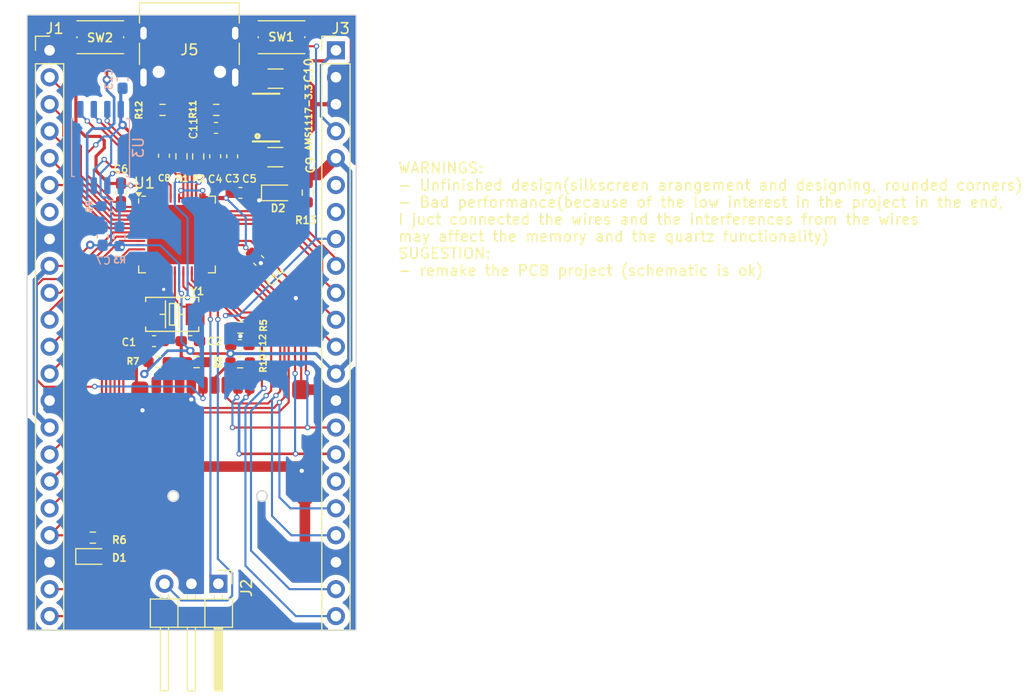
<source format=kicad_pcb>
(kicad_pcb (version 20240108) (generator "pcbnew") (generator_version "8.0")
  (layers (0 "F.Cu" signal) (31 "B.Cu" signal) (34 "B.Paste" user) (35 "F.Paste" user) (36 "B.SilkS" user "B.Silkscreen") (37 "F.SilkS" user "F.Silkscreen") (38 "B.Mask" user) (39 "F.Mask" user) (44 "Edge.Cuts" user))
  (net 0 "")
  (net 1 "Net-(U1-XIN)")
  (net 2 "GND")
  (net 3 "+1V2")
  (net 4 "+3.3V")
  (net 5 "VBUS")
  (net 6 "Net-(D1-A)")
  (net 7 "Net-(D2-A)")
  (net 8 "GPIO12")
  (net 9 "GPIO10")
  (net 10 "GPIO11")
  (net 11 "GPIO5")
  (net 12 "GPIO9")
  (net 13 "GPIO13")
  (net 14 "SDA")
  (net 15 "GPIO7")
  (net 16 "GPIO4")
  (net 17 "GPIO14")
  (net 18 "TX")
  (net 19 "GPIO15")
  (net 20 "SCL")
  (net 21 "GPIO6")
  (net 22 "RX")
  (net 23 "GPIO8")
  (net 24 "SWDCLK")
  (net 25 "SWDDIO")
  (net 26 "MISO")
  (net 27 "ADC1")
  (net 28 "SD_D3")
  (net 29 "ADC2")
  (net 30 "GPIO16")
  (net 31 "SD_D2")
  (net 32 "ADC0")
  (net 33 "SCK")
  (net 34 "RESET")
  (net 35 "MOSI")
  (net 36 "VREF")
  (net 37 "EN")
  (net 38 "GPIO17")
  (net 39 "ADC3")
  (net 40 "D+")
  (net 42 "D-")
  (net 43 "Net-(J5-CC1)")
  (net 44 "Net-(J5-CC2)")
  (net 46 "Net-(U1-USB_DP)")
  (net 47 "Net-(U1-USB_DM)")
  (net 48 "SD_CS")
  (net 49 "SD_D1")
  (net 50 "SD_CLK")
  (net 51 "Net-(R9-Pad1)")
  (net 52 "SD3")
  (net 53 "SD_SCK")
  (net 54 "SD1")
  (net 55 "SD2")
  (net 56 "GPIO25")
  (net 57 "GPIO24")
  (net 58 "Net-(U1-XOUT)")
  (net 59 "GPIO23")
  (net 60 "SD0")
  (footprint "" (layer "F.Cu") (at 112.625 150.72625)
    (property "Reference" "")
    (property "Value" "")
  )
  (footprint "Connector_Wire:SolderWirePad_1x01_SMD_1x2mm" (layer "F.Cu") (at 107.825 150.30625)
    (property "Reference" "REF**" (hide yes))
    (property "Value" "SolderWirePad_1x01_SMD_1x2mm")
  )
  (footprint "Connector_USB:USB_C_Receptacle_HRO_TYPE-C-31-M-12" (layer "F.Cu") (at 102.1425 118.165 180)
    (property "Reference" "J5")
    (property "Value" "USB-C_USB2.0" (hide yes))
  )
  (footprint "Capacitor_SMD:C_0603_1608Metric_Pad1.08x0.95mm_HandSolder" (layer "F.Cu") (at 106.9 146.525)
    (property "Reference" "C12")
    (property "Value" "10uF" (hide yes))
  )
  (footprint "" (layer "F.Cu") (at 100.125 150.30625 -90)
    (property "Reference" "")
    (property "Value" "")
  )
  (footprint "" (layer "F.Cu") (at 103.425 150.30625 -90)
    (property "Reference" "")
    (property "Value" "")
  )
  (footprint "" (layer "F.Cu") (at 102.325 150.30625 -90)
    (property "Reference" "")
    (property "Value" "")
  )
  (footprint "Capacitor_SMD:C_1206_3216Metric_Pad1.33x1.80mm_HandSolder" (layer "F.Cu") (at 110.2625 121.405)
    (property "Reference" "C10")
    (property "Value" "10uF")
  )
  (footprint "LED_SMD:LED_0603_1608Metric_Pad1.05x0.95mm_HandSolder" (layer "F.Cu") (at 110.6 132.175)
    (property "Reference" "D2")
    (property "Value" "POW")
  )
  (footprint "" (layer "F.Cu") (at 99.025 150.30625 -90)
    (property "Reference" "")
    (property "Value" "")
  )
  (footprint "" (layer "F.Cu") (at 101.225 150.30625 -90)
    (property "Reference" "")
    (property "Value" "")
  )
  (footprint "Resistor_SMD:R_0603_1608Metric_Pad0.98x0.95mm_HandSolder" (layer "F.Cu") (at 99.2 148.125 180)
    (property "Reference" "R7")
    (property "Value" "10K" (hide yes))
  )
  (footprint "Capacitor_SMD:C_1206_3216Metric_Pad1.33x1.80mm_HandSolder" (layer "F.Cu") (at 110.2375 128.805)
    (property "Reference" "C9")
    (property "Value" "10uF")
  )
  (footprint "Button_Switch_SMD:SW_Push_1P1T_NO_CK_KMR2" (layer "F.Cu") (at 93.75 117.5 180)
    (property "Reference" "SW2")
    (property "Value" "BOOT")
  )
  (footprint "X2-SMD-5.0X3.2X1.3MM" (layer "F.Cu") (at 100.525 143.625)
    (property "Reference" "Y1")
    (property "Value" "12MHz")
  )
  (footprint "Capacitor_SMD:C_0603_1608Metric_Pad1.08x0.95mm_HandSolder" (layer "F.Cu") (at 98.8125 146.15 180)
    (property "Reference" "C1")
    (property "Value" "22pF" (hide yes))
  )
  (footprint "78L05:PK(R-PSSO-F3)" (layer "F.Cu") (at 108.1175 125.075 90)
    (property "Reference" "U2" (hide yes))
    (property "Value" "AMS1117-3.3")
  )
  (footprint "Connector_PinHeader_2.54mm:PinHeader_1x03_P2.54mm_Horizontal" (layer "F.Cu") (at 104.875 169.025 -90)
    (property "Reference" "J2")
    (property "Value" "Conn_01x03")
  )
  (footprint "" (layer "F.Cu") (at 104.525 150.30625 -90)
    (property "Reference" "")
    (property "Value" "")
  )
  (footprint "Capacitor_SMD:C_0603_1608Metric_Pad1.08x0.95mm_HandSolder" (layer "F.Cu") (at 108.675 138.55 135)
    (property "Reference" "C14")
    (property "Value" "0.1uF" (hide yes))
  )
  (footprint "Package_DFN_QFN:QFN-56-1EP_7x7mm_P0.4mm_EP5.6x5.6mm" (layer "F.Cu") (at 100.975 136.1)
    (property "Reference" "U1")
    (property "Value" "RP2040")
  )
  (footprint "Capacitor_SMD:C_0603_1608Metric_Pad1.08x0.95mm_HandSolder" (layer "F.Cu") (at 104.65 126.05)
    (property "Reference" "C11")
    (property "Value" "10uF" (hide yes))
  )
  (footprint "LED_SMD:LED_0603_1608Metric_Pad1.05x0.95mm_HandSolder" (layer "F.Cu") (at 93.1 166.45)
    (property "Reference" "D1")
    (property "Value" "BLINK")
  )
  (footprint "Resistor_SMD:R_0603_1608Metric_Pad0.98x0.95mm_HandSolder" (layer "F.Cu") (at 104.675 124.35)
    (property "Reference" "R11")
    (property "Value" "5K1" (hide yes))
  )
  (footprint "Connector_PinHeader_2.54mm:PinHeader_1x22_P2.54mm_Vertical" (layer "F.Cu") (at 88.975 118.735)
    (property "Reference" "J1")
    (property "Value" "Conn_01x22")
  )
  (footprint "" (layer "F.Cu") (at 105.625 150.30625 -90)
    (property "Reference" "")
    (property "Value" "")
  )
  (footprint "Resistor_SMD:R_0603_1608Metric_Pad0.98x0.95mm_HandSolder" (layer "F.Cu") (at 93.05 164.675)
    (property "Reference" "R6")
    (property "Value" "10K")
  )
  (footprint "Connector_PinHeader_2.54mm:PinHeader_1x22_P2.54mm_Vertical" (layer "F.Cu") (at 115.95 118.735)
    (property "Reference" "J3")
    (property "Value" "Conn_01x22")
  )
  (footprint "" (layer "F.Cu") (at 97.725 160.35625)
    (property "Reference" "")
    (property "Value" "")
  )
  (footprint "Capacitor_SMD:C_0603_1608Metric_Pad1.08x0.95mm_HandSolder" (layer "F.Cu") (at 95.7 132.15 -90)
    (property "Reference" "C6")
    (property "Value" "0.1uF" (hide yes))
  )
  (footprint "Resistor_SMD:R_0603_1608Metric_Pad0.98x0.95mm_HandSolder" (layer "F.Cu") (at 99.6175 124.35 180)
    (property "Reference" "R12")
    (property "Value" "5K1" (hide yes))
  )
  (footprint "Capacitor_SMD:C_0603_1608Metric_Pad1.08x0.95mm_HandSolder" (layer "F.Cu") (at 106.95 132.175 180)
    (property "Reference" "C5")
    (property "Value" "1uF" (hide yes))
  )
  (footprint "Capacitor_SMD:C_0603_1608Metric_Pad1.08x0.95mm_HandSolder" (layer "F.Cu") (at 104.575 128.725 -90)
    (property "Reference" "C4")
    (property "Value" "0.1uF" (hide yes))
  )
  (footprint "Capacitor_SMD:C_0603_1608Metric_Pad1.08x0.95mm_HandSolder" (layer "F.Cu") (at 102.2375 146.15)
    (property "Reference" "C2")
    (property "Value" "22pF" (hide yes))
  )
  (footprint "Resistor_SMD:R_0603_1608Metric_Pad0.98x0.95mm_HandSolder" (layer "F.Cu") (at 106.95 144.875 180)
    (property "Reference" "R5")
    (property "Value" "10K" (hide yes))
  )
  (footprint "" (layer "F.Cu") (at 106.725 150.30625 -90)
    (property "Reference" "")
    (property "Value" "")
  )
  (footprint "Capacitor_SMD:C_0603_1608Metric_Pad1.08x0.95mm_HandSolder" (layer "F.Cu") (at 106.175 128.725 -90)
    (property "Reference" "C3")
    (property "Value" "1uF" (hide yes))
  )
  (footprint "Resistor_SMD:R_0603_1608Metric_Pad0.98x0.95mm_HandSolder" (layer "F.Cu") (at 101.4 128.725 90)
    (property "Reference" "R1")
    (property "Value" "27R" (hide yes))
  )
  (footprint "Resistor_SMD:R_0603_1608Metric_Pad0.98x0.95mm_HandSolder" (layer "F.Cu") (at 113.3 132.15 90)
    (property "Reference" "R13")
    (property "Value" "10K")
  )
  (footprint "Resistor_SMD:R_0603_1608Metric_Pad0.98x0.95mm_HandSolder" (layer "F.Cu") (at 106.925 148.15 180)
    (property "Reference" "R10")
    (property "Value" "10K" (hide yes))
  )
  (footprint "Resistor_SMD:R_0603_1608Metric_Pad0.98x0.95mm_HandSolder" (layer "F.Cu") (at 102.825 148.13125 180)
    (property "Reference" "R8")
    (property "Value" "DNP" (hide yes))
  )
  (footprint "Resistor_SMD:R_0603_1608Metric_Pad0.98x0.95mm_HandSolder" (layer "F.Cu") (at 102.975 128.7375 90)
    (property "Reference" "R2")
    (property "Value" "27R" (hide yes))
  )
  (footprint "" (layer "F.Cu") (at 113.025 160.33625)
    (property "Reference" "")
    (property "Value" "")
  )
  (footprint "Capacitor_SMD:C_0603_1608Metric_Pad1.08x0.95mm_HandSolder" (layer "F.Cu") (at 99.75 128.675 -90)
    (property "Reference" "C8")
    (property "Value" "0.1uF" (hide yes))
  )
  (footprint "" (layer "F.Cu") (at 97.475 150.85625)
    (property "Reference" "")
    (property "Value" "")
  )
  (footprint "Button_Switch_SMD:SW_Push_1P1T_NO_CK_KMR2" (layer "F.Cu") (at 110.825 117.5)
    (property "Reference" "SW1")
    (property "Value" "RESET")
  )
  (footprint "Resistor_SMD:R_0603_1608Metric_Pad0.98x0.95mm_HandSolder" (layer "B.Cu") (at 94.775 133.425)
    (property "Reference" "R9")
    (property "Value" "1K" (hide yes))
  )
  (footprint "Capacitor_SMD:C_0603_1608Metric_Pad1.08x0.95mm_HandSolder" (layer "B.Cu") (at 95.85 121.45 -90)
    (property "Reference" "C13")
    (property "Value" "0.1uF" (hide yes))
  )
  (footprint "Resistor_SMD:R_0603_1608Metric_Pad0.98x0.95mm_HandSolder" (layer "B.Cu") (at 95.55 136.275 -90)
    (property "Reference" "R3")
    (property "Value" "10K" (hide yes))
  )
  (footprint "Capacitor_SMD:C_0603_1608Metric_Pad1.08x0.95mm_HandSolder" (layer "B.Cu") (at 93.975 136.25 -90)
    (property "Reference" "C7")
    (property "Value" "0.1uF" (hide yes))
  )
  (footprint "Package_SO:SOIC-8_5.23x5.23mm_P1.27mm" (layer "B.Cu") (at 93.775 127.9 90)
    (property "Reference" "U3")
    (property "Value" "W25Q128JVS")
  )
  (gr_rect (start 86.85 115.4) (end 117.85 173.4) (stroke (width 0.1)) (fill none) (layer "Edge.Cuts"))
  (gr_circle (center 100.625 160.75625) (end 100.625 161.25625) (stroke (width 0.15)) (fill none) (layer "Edge.Cuts"))
  (gr_circle (center 108.975 160.75625) (end 108.975 161.25625) (stroke (width 0.15)) (fill none) (layer "Edge.Cuts"))
  (gr_text "WARNINGS:\n- Unfinished design(silkscreen arangement and designing, rounded corners)\n- Bad performance(because of the low interest in the project in the end, \nI juct connected the wires and the interferences from the wires\nmay affect the memory and the quartz functionality)\nSUGESTION: \n- remake the PCB project (schematic is ok)\n" (at 121.725 140.075 0) (layer "F.SilkS") (effects (font (size 1 1)) (justify left bottom)))
  (segment (start 99.675 142.9) (end 98.366 142.9) (width 0.2) (layer "F.Cu") (net 1))
  (segment (start 98.366 142.9) (end 98.366 145.009) (width 0.2) (layer "F.Cu") (net 1))
  (segment (start 97.95 145.425) (end 97.95 146.15) (width 0.2) (layer "F.Cu") (net 1))
  (segment (start 98.366 145.009) (end 97.95 145.425) (width 0.2) (layer "F.Cu") (net 1))
  (segment (start 100.375 139.5375) (end 100.375 142.2) (width 0.2) (layer "F.Cu") (net 1))
  (segment (start 100.375 142.2) (end 99.675 142.9) (width 0.2) (layer "F.Cu") (net 1))
  (segment (start 105.525 127.8625) (end 106.175 127.8625) (width 0.3) (layer "F.Cu") (net 2))
  (segment (start 97.725 152.675) (end 97.725 151.10625) (width 1) (layer "F.Cu") (net 2))
  (segment (start 116.475 116.7) (end 117.375 117.6) (width 0.25) (layer "F.Cu") (net 2))
  (segment (start 113.725 165.975) (end 114.745 166.995) (width 1) (layer "F.Cu") (net 2))
  (segment (start 97.725 157.975) (end 97.725 160.35625) (width 1) (layer "F.Cu") (net 2))
  (segment (start 105.5125 127.85) (end 105.525 127.8625) (width 0.3) (layer "F.Cu") (net 2))
  (segment (start 112.725 158.425) (end 113.025 158.725) (width 1) (layer "F.Cu") (net 2))
  (segment (start 117.375 117.6) (end 117.375 119.85) (width 0.25) (layer "F.Cu") (net 2))
  (segment (start 91.45 121.21) (end 88.975 118.735) (width 0.3) (layer "F.Cu") (net 2))
  (segment (start 99.675 146.15) (end 101.375 146.15) (width 0.3) (layer "F.Cu") (net 2))
  (segment (start 95.7 131.2875) (end 94.5375 131.2875) (width 0.3) (layer "F.Cu") (net 2))
  (segment (start 107.7625 146.525) (end 107.7625 146.4875) (width 0.3) (layer "F.Cu") (net 2))
  (segment (start 112.875 116.7) (end 116.475 116.7) (width 0.25) (layer "F.Cu") (net 2))
  (segment (start 111.8 128.805) (end 111.8 126.6075) (width 1) (layer "F.Cu") (net 2))
  (segment (start 105.3925 122.21) (end 106.3075 121.295) (width 0.3) (layer "F.Cu") (net 2))
  (segment (start 113.025 165.275) (end 113.725 165.975) (width 1) (layer "F.Cu") (net 2))
  (segment (start 94.125 127.95) (end 94.125 127.25) (width 0.3) (layer "F.Cu") (net 2))
  (segment (start 108.75 132.85) (end 108.725 132.875) (width 0.25) (layer "F.Cu") (net 2))
  (segment (start 99.75 127.8125) (end 98.705 126.7675) (width 0.4) (layer "F.Cu") (net 2))
  (segment (start 97.75 163.65) (end 97.75 160.275) (width 0.2) (layer "F.Cu") (net 2))
  (segment (start 93.35 128.725) (end 94.125 127.95) (width 0.3) (layer "F.Cu") (net 2))
  (segment (start 104.575 127.8625) (end 105.525 127.8625) (width 0.3) (layer "F.Cu") (net 2))
  (segment (start 112.675 150.67625) (end 112.625 150.72625) (width 0.2) (layer "F.Cu") (net 2))
  (segment (start 91.01 116.7) (end 88.975 118.735) (width 0.25) (layer "F.Cu") (net 2))
  (segment (start 92.35 126.85) (end 91.45 125.95) (width 0.3) (layer "F.Cu") (net 2))
  (segment (start 112.175 142.1) (end 112.225 142.1) (width 0.2) (layer "F.Cu") (net 2))
  (segment (start 115.95 123.815) (end 113.5775 123.815) (width 0.4) (layer "F.Cu") (net 2))
  (segment (start 94.125 127.25) (end 93.725 126.85) (width 0.3) (layer "F.Cu") (net 2))
  (segment (start 102.335 169.025) (end 102.335 168.235) (width 0.2) (layer "F.Cu") (net 2))
  (segment (start 113.5375 122.33) (end 113.5375 123.775) (width 1) (layer "F.Cu") (net 2))
  (segment (start 112.675 142.55) (end 112.675 150.67625) (width 0.2) (layer "F.Cu") (net 2))
  (segment (start 112.725 158.375) (end 112.725 158.425) (width 1) (layer "F.Cu") (net 2))
  (segment (start 97.725 151.10625) (end 97.475 150.85625) (width 1) (layer "F.Cu") (net 2))
  (segment (start 91.68 166.995) (end 92.225 166.45) (width 0.25) (layer "F.Cu") (net 2))
  (segment (start 117.375 119.85) (end 115.95 121.275) (width 0.25) (layer "F.Cu") (net 2))
  (segment (start 115.95 123.815) (end 115.95 121.275) (width 0.4) (layer "F.Cu") (net 2))
  (segment (start 97.475 147.1) (end 97.15 147.425) (width 0.3) (layer "F.Cu") (net 2))
  (segment (start 107.8125 132.175) (end 108.75 132.175) (width 0.25) (layer "F.Cu") (net 2))
  (segment (start 113.025 158.725) (end 113.025 160.33625) (width 1) (layer "F.Cu") (net 2))
  (segment (start 91.45 125.95) (end 91.45 121.21) (width 0.3) (layer "F.Cu") (net 2))
  (segment (start 102.325 148.54375) (end 101.9125 148.13125) (width 0.25) (layer "F.Cu") (net 2))
  (segment (start 112.6125 121.405) (end 113.5375 122.33) (width 1) (layer "F.Cu") (net 2))
  (segment (start 88.975 166.995) (end 91.68 166.995) (width 0.25) (layer "F.Cu") (net 2))
  (segment (start 99.975 141.025) (end 99.725 141.275) (width 0.2) (layer "F.Cu") (net 2))
  (segment (start 106.8775 116.7) (end 106.4625 117.115) (width 0.25) (layer "F.Cu") (net 2))
  (segment (start 97.15 150.53125) (end 97.475 150.85625) (width 0.3) (layer "F.Cu") (net 2))
  (segment (start 98.8925 122.21) (end 97.9775 121.295) (width 0.3) (layer "F.Cu") (net 2))
  (segment (start 112.625 150.72625) (end 114.92125 150.72625) (width 1) (layer "F.Cu") (net 2))
  (segment (start 93.35 130.1) (end 93.35 128.725) (width 0.3) (layer "F.Cu") (net 2))
  (segment (start 108.775 116.7) (end 106.8775 116.7) (width 0.25) (layer "F.Cu") (net 2))
  (segment (start 97.725 157.975) (end 112.275 157.975) (width 1) (layer "F.Cu") (net 2))
  (segment (start 94.5375 131.2875) (end 93.35 130.1) (width 0.3) (layer "F.Cu") (net 2))
  (segment (start 98.705 126.7675) (end 98.705 124.35) (width 0.4) (layer "F.Cu") (net 2))
  (segment (start 112.175 142.05) (end 112.175 142.1) (width 0.2) (layer "F.Cu") (net 2))
  (segment (start 105.5125 126.05) (end 105.5125 127.85) (width 0.3) (layer "F.Cu") (net 2))
  (segment (start 99.975 137.1) (end 99.975 139.5375) (width 0.2) (layer "F.Cu") (net 2))
  (segment (start 112.9675 126.575) (end 111.7675 126.575) (width 1) (layer "F.Cu") (net 2))
  (segment (start 105.3925 122.21) (end 105.3925 124.155) (width 0.3) (layer "F.Cu") (net 2))
  (segment (start 107.7625 146.4875) (end 106.95 145.675) (width 0.3) (layer "F.Cu") (net 2))
  (segment (start 99.675 146.15) (end 98.725 147.1) (width 0.3) (layer "F.Cu") (net 2))
  (segment (start 108.75 132.175) (end 109.725 132.175) (width 0.25) (layer "F.Cu") (net 2))
  (segment (start 97.725 152.675) (end 97.725 157.975) (width 1) (layer "F.Cu") (net 2))
  (segment (start 106.3075 121.295) (end 106.4625 121.295) (width 0.3) (layer "F.Cu") (net 2))
  (segment (start 101.375 146.15) (end 101.375 147.59375) (width 0.3) (layer "F.Cu") (net 2))
  (segment (start 95.8 116.7) (end 97.4075 116.7) (width 0.25) (layer "F.Cu") (net 2))
  (segment (start 113.025 160.33625) (end 113.025 165.275) (width 1) (layer "F.Cu") (net 2))
  (segment (start 93.725 126.85) (end 92.35 126.85) (width 0.3) (layer "F.Cu") (net 2))
  (segment (start 113.5375 126.005) (end 112.9675 126.575) (width 1) (layer "F.Cu") (net 2))
  (segment (start 105.3925 125.93) (end 105.5125 126.05) (width 0.3) (layer "F.Cu") (net 2))
  (segment (start 109.28488 139.15988) (end 109.23488 139.15988) (width 0.2) (layer "F.Cu") (net 2))
  (segment (start 101.375 147.59375) (end 101.9125 148.13125) (width 0.3) (layer "F.Cu") (net 2))
  (segment (start 100.975 136.1) (end 99.975 137.1) (width 0.2) (layer "F.Cu") (net 2))
  (segment (start 98.725 147.1) (end 97.475 147.1) (width 0.3) (layer "F.Cu") (net 2))
  (segment (start 99.975 139.5375) (end 99.975 141.025) (width 0.2) (layer "F.Cu") (net 2))
  (segment (start 98.8925 124.1625) (end 98.705 124.35) (width 0.3) (layer "F.Cu") (net 2))
  (segment (start 114.745 166.995) (end 115.95 166.995) (width 1) (layer "F.Cu") (net 2))
  (segment (start 98.8925 122.21) (end 98.8925 124.1625) (width 0.3) (layer "F.Cu") (net 2))
  (segment (start 112.225 142.1) (end 112.675 142.55) (width 0.2) (layer "F.Cu") (net 2))
  (segment (start 105.3925 124.155) (end 105.5875 124.35) (width 0.3) (layer "F.Cu") (net 2))
  (segment (start 112.275 157.975) (end 112.675 158.375) (width 1) (layer "F.Cu") (net 2))
  (segment (start 108.75 132.175) (end 108.75 132.85) (width 0.25) (layer "F.Cu") (net 2))
  (segment (start 112.675 158.375) (end 112.725 158.375) (width 1) (layer "F.Cu") (net 2))
  (segment (start 105.3925 122.21) (end 105.3925 125.93) (width 0.3) (layer "F.Cu") (net 2))
  (segment (start 114.92125 150.72625) (end 115.95 151.755) (width 1) (layer "F.Cu") (net 2))
  (segment (start 109.23488 139.15988) (end 108.875 138.8) (width 0.2) (layer "F.Cu") (net 2))
  (segment (start 111.825 121.405) (end 112.6125 121.405) (width 1) (layer "F.Cu") (net 2))
  (segment (start 111.8 126.6075) (end 111.7675 126.575) (width 1) (layer "F.Cu") (net 2))
  (segment (start 97.4075 116.7) (end 97.8225 117.115) (width 0.25) (layer "F.Cu") (net 2))
  (segment (start 109.28488 139.15988) (end 112.175 142.05) (width 0.2) (layer "F.Cu") (net 2))
  (segment (start 102.325 150.30625) (end 102.325 151.65) (width 0.25) (layer "F.Cu") (net 2))
  (segment (start 97.725 164.425) (end 102.335 169.035) (width 1) (layer "F.Cu") (net 2))
  (segment (start 97.725 160.35625) (end 97.725 164.425) (width 1) (layer "F.Cu") (net 2))
  (segment (start 102.325 150.30625) (end 102.325 148.54375) (width 0.25) (layer "F.Cu") (net 2))
  (segment (start 97.15 147.425) (end 97.15 150.53125) (width 0.3) (layer "F.Cu") (net 2))
  (segment (start 91.7 116.7) (end 91.01 116.7) (width 0.25) (layer "F.Cu") (net 2))
  (segment (start 113.5375 123.775) (end 113.5375 126.005) (width 1) (layer "F.Cu") (net 2))
  (segment (start 113.5775 123.815) (end 113.5375 123.775) (width 0.4) (layer "F.Cu") (net 2))
  (segment (start 97.9775 121.295) (end 97.8225 121.295) (width 0.3) (layer "F.Cu") (net 2))
  (segment (start 102.335 168.235) (end 97.75 163.65) (width 0.2) (layer "F.Cu") (net 2))
  (via (at 112.725 158.375) (size 0.8) (drill 0.4) (layers "F.Cu" "B.Cu") (net 2))
  (via (at 102.325 151.65) (size 0.8) (drill 0.4) (layers "F.Cu" "B.Cu") (net 2))
  (via (at 106.95 145.675) (size 0.8) (drill 0.4) (layers "F.Cu" "B.Cu") (net 2))
  (via (at 97.725 152.675) (size 0.8) (drill 0.4) (layers "F.Cu" "B.Cu") (net 2))
  (via (at 112.175 142.1) (size 0.8) (drill 0.4) (layers "F.Cu" "B.Cu") (net 2))
  (via (at 108.875 138.8) (size 0.8) (drill 0.4) (layers "F.Cu" "B.Cu") (net 2))
  (via (at 99.725 141.275) (size 0.5) (drill 0.3) (layers "F.Cu" "B.Cu") (net 2))
  (via (at 108.725 132.875) (size 0.8) (drill 0.4) (layers "F.Cu" "B.Cu") (net 2))
  (segment (start 108.875 133.025) (end 108.725 132.875) (width 0.2) (layer "B.Cu") (net 2))
  (segment (start 108.875 138.8) (end 108.875 133.025) (width 0.2) (layer "B.Cu") (net 2))
  (segment (start 91.875 135.3875) (end 93.975 135.3875) (width 0.4) (layer "B.Cu") (net 2))
  (segment (start 97.115 120.5875) (end 97.8225 121.295) (width 0.3) (layer "B.Cu") (net 2))
  (segment (start 91.87 135.3825) (end 91.875 135.3875) (width 0.4) (layer "B.Cu") (net 2))
  (segment (start 95.85 120.5875) (end 90.8275 120.5875) (width 0.4) (layer "B.Cu") (net 2))
  (segment (start 88.975 136.515) (end 90.1025 135.3875) (width 0.4) (layer "B.Cu") (net 2))
  (segment (start 90.1025 135.3875) (end 91.875 135.3875) (width 0.4) (layer "B.Cu") (net 2))
  (segment (start 90.8275 120.5875) (end 88.975 118.735) (width 0.4) (layer "B.Cu") (net 2))
  (segment (start 95.85 120.5875) (end 97.115 120.5875) (width 0.3) (layer "B.Cu") (net 2))
  (segment (start 91.87 131.5) (end 91.87 135.3825) (width 0.4) (layer "B.Cu") (net 2))
  (segment (start 102.775 132.6625) (end 102.775 131.425) (width 0.2) (layer "F.Cu") (net 3))
  (segment (start 106.175 129.5875) (end 104.575 129.5875) (width 0.3) (layer "F.Cu") (net 3))
  (segment (start 100.775 131.225) (end 101.025 130.975) (width 0.2) (layer "F.Cu") (net 3))
  (segment (start 104.575 129.625) (end 104.575 129.5875) (width 0.2) (layer "F.Cu") (net 3))
  (segment (start 100.775 132.6625) (end 100.775 131.225) (width 0.2) (layer "F.Cu") (net 3))
  (segment (start 101.975 141.4) (end 101.575 141) (width 0.2) (layer "F.Cu") (net 3))
  (segment (start 101.975 142.05) (end 101.975 141.4) (width 0.2) (layer "F.Cu") (net 3))
  (segment (start 101.575 141) (end 101.575 139.5375) (width 0.2) (layer "F.Cu") (net 3))
  (segment (start 102.775 131.425) (end 103.05 131.15) (width 0.2) (layer "F.Cu") (net 3))
  (segment (start 103.05 131.15) (end 104.575 129.625) (width 0.2) (layer "F.Cu") (net 3))
  (via (at 101.975 142.05) (size 0.5) (drill 0.3) (layers "F.Cu" "B.Cu") (net 3))
  (via (at 103.05 131.15) (size 0.5) (drill 0.3) (layers "F.Cu" "B.Cu") (net 3))
  (via (at 101.025 130.975) (size 0.5) (drill 0.3) (layers "F.Cu" "B.Cu") (net 3))
  (segment (start 100.775 133.35) (end 100.775 131.225) (width 0.2) (layer "B.Cu") (net 3))
  (segment (start 100.775 131.225) (end 101.025 130.975) (width 0.2) (layer "B.Cu") (net 3))
  (segment (start 101.2 131.15) (end 103.05 131.15) (width 0.2) (layer "B.Cu") (net 3))
  (segment (start 101.975 142.05) (end 101.975 134.55) (width 0.2) (layer "B.Cu") (net 3))
  (segment (start 101.025 130.975) (end 101.2 131.15) (width 0.2) (layer "B.Cu") (net 3))
  (segment (start 101.975 134.55) (end 100.775 133.35) (width 0.2) (layer "B.Cu") (net 3))
  (segment (start 107.225 137.1) (end 107.4625 137.3375) (width 0.2) (layer "F.Cu") (net 4))
  (segment (start 106.1 132.175) (end 108.675 129.6) (width 0.4) (layer "F.Cu") (net 4))
  (segment (start 92.5 130.475) (end 95.0375 133.0125) (width 0.2) (layer "F.Cu") (net 4))
  (segment (start 98.2875 148.8625) (end 98.2875 148.125) (width 0.25) (layer "F.Cu") (net 4))
  (segment (start 92.5 128.45) (end 92.5 130.475) (width 0.2) (layer "F.Cu") (net 4))
  (segment (start 100.0625 129.5875) (end 100.9 130.425) (width 0.2) (layer "F.Cu") (net 4))
  (segment (start 104.525 149.6375) (end 106.0125 148.15) (width 0.25) (layer "F.Cu") (net 4))
  (segment (start 103.4 132.6625) (end 105.6 132.6625) (width 0.4) (layer "F.Cu") (net 4))
  (segment (start 88.945 154.295) (end 88.675 154.025) (width 0.25) (layer "F.Cu") (net 4))
  (segment (start 97.5375 133.5) (end 96.1875 133.5) (width 0.2) (layer "F.Cu") (net 4))
  (segment (start 103.575 132.6625) (end 104.475 132.6625) (width 0.2) (layer "F.Cu") (net 4))
  (segment (start 101.4 130.425) (end 101.575 130.6) (width 0.2) (layer "F.Cu") (net 4))
  (segment (start 95.0375 133.0125) (end 95.7 133.0125) (width 0.2) (layer "F.Cu") (net 4))
  (segment (start 103.175 132.6625) (end 103.4 132.6625) (width 0.2) (layer "F.Cu") (net 4))
  (segment (start 106.0125 146.55) (end 106.0375 146.525) (width 0.25) (layer "F.Cu") (net 4))
  (segment (start 96.1875 133.5) (end 95.7 133.0125) (width 0.2) (layer "F.Cu") (net 4))
  (segment (start 104.475 132.6625) (end 104.4125 132.725) (width 0.2) (layer "F.Cu") (net 4))
  (segment (start 99.6125 129.5375) (end 99.75 129.5375) (width 0.3) (layer "F.Cu") (net 4))
  (segment (start 96 137.1) (end 97.5375 137.1) (width 0.2) (layer "F.Cu") (net 4))
  (segment (start 101.575 130.6) (end 101.575 131.8) (width 0.2) (layer "F.Cu") (net 4))
  (segment (start 95.8 137.3) (end 96 137.1) (width 0.2) (layer "F.Cu") (net 4))
  (segment (start 97.9 149.25) (end 98.2875 148.8625) (width 0.25) (layer "F.Cu") (net 4))
  (segment (start 102.5 147.325) (end 102.225 147.05) (width 0.25) (layer "F.Cu") (net 4))
  (segment (start 101.175 132.6625) (end 101.575 132.6625) (width 0.2) (layer "F.Cu") (net 4))
  (segment (start 108.675 125.2675) (end 108.8675 125.075) (width 1) (layer "F.Cu") (net 4))
  (segment (start 104.4125 137.1) (end 107.225 137.1) (width 0.2) (layer "F.Cu") (net 4))
  (segment (start 90.82 139.055) (end 88.975 139.055) (width 0.2) (layer "F.Cu") (net 4))
  (segment (start 103.4 131.95) (end 103.4 132.6625) (width 0.2) (layer "F.Cu") (net 4))
  (segment (start 101.5 131.8) (end 101.35 131.95) (width 0.2) (layer "F.Cu") (net 4))
  (segment (start 104.525 150.30625) (end 104.525 149.6375) (width 0.25) (layer "F.Cu") (net 4))
  (segment (start 106.0125 147.325) (end 106.0125 146.55) (width 0.25) (layer "F.Cu") (net 4))
  (segment (start 104.4125 132.725) (end 104.4125 133.5) (width 0.2) (layer "F.Cu") (net 4))
  (segment (start 114.37 130.475) (end 115.95 128.895) (width 1) (layer "F.Cu") (net 4))
  (segment (start 100.9 130.425) (end 101.4 130.425) (width 0.2) (layer "F.Cu") (net 4))
  (segment (start 106.0375 146.525) (end 106.0375 144.875) (width 0.25) (layer "F.Cu") (net 4))
  (segment (start 101.575 131.8) (end 101.5 131.8) (width 0.2) (layer "F.Cu") (net 4))
  (segment (start 106.0875 132.175) (end 106.1 132.175) (width 0.4) (layer "F.Cu") (net 4))
  (segment (start 101.4 141.65) (end 101.175 141.425) (width 0.2) (layer "F.Cu") (net 4))
  (segment (start 88.975 154.295) (end 88.945 154.295) (width 0.25) (layer "F.Cu") (net 4))
  (segment (start 95.85 125.775) (end 99.6125 129.5375) (width 0.3) (layer "F.Cu") (net 4))
  (segment (start 108.675 128.805) (end 108.675 125.2675) (width 1) (layer "F.Cu") (net 4))
  (segment (start 108.675 129.6) (end 108.675 128.805) (width 0.4) (layer "F.Cu") (net 4))
  (segment (start 101.575 131.8) (end 101.575 132.6625) (width 0.2) (layer "F.Cu") (net 4))
  (segment (start 103.4 132.6625) (end 103.575 132.6625) (width 0.2) (layer "F.Cu") (net 4))
  (segment (start 105.6 132.6625) (end 106.0875 132.175) (width 0.4) (layer "F.Cu") (net 4))
  (segment (start 108.675 128.805) (end 108.675 129.5) (width 1) (layer "F.Cu") (net 4))
  (segment (start 101.175 141.425) (end 101.175 139.5375) (width 0.2) (layer "F.Cu") (net 4))
  (segment (start 106.0125 147.325) (end 102.5 147.325) (width 0.25) (layer "F.Cu") (net 4))
  (segment (start 99.75 129.5875) (end 100.0625 129.5875) (width 0.2) (layer "F.Cu") (net 4))
  (segment (start 108.675 129.5) (end 109.65 130.475) (width 1) (layer "F.Cu") (net 4))
  (segment (start 109.65 130.475) (end 114.37 130.475) (width 1) (layer "F.Cu") (net 4))
  (segment (start 106.0125 148.15) (end 106.0125 147.325) (width 0.25) (layer "F.Cu") (net 4))
  (segment (start 93.275 127.675) (end 92.5 128.45) (width 0.2) (layer "F.Cu") (net 4))
  (segment (start 108.06512 137.94012) (end 107.4625 137.3375) (width 0.2) (layer "F.Cu") (net 4))
  (segment (start 92.8 137.075) (end 90.82 139.055) (width 0.2) (layer "F.Cu") (net 4))
  (via (at 107.4625 137.3375) (size 0.5) (drill 0.3) (layers "F.Cu" "B.Cu") (net 4))
  (via (at 105.6 132.6625) (size 0.5) (drill 0.3) (layers "F.Cu" "B.Cu") (net 4))
  (via (at 103.4 131.95) (size 0.5) (drill 0.3) (layers "F.Cu" "B.Cu") (net 4))
  (via (at 106.0125 147.325) (size 0.8) (drill 0.4) (layers "F.Cu" "B.Cu") (net 4))
  (via (at 92.8 137.075) (size 0.8) (drill 0.4) (layers "F.Cu" "B.Cu") (net 4))
  (via (at 95.85 125.775) (size 0.8) (drill 0.4) (layers "F.Cu" "B.Cu") (net 4))
  (via (at 95.8 137.3) (size 0.5) (drill 0.3) (layers "F.Cu" "B.Cu") (net 4))
  (via (at 102.225 147.05) (size 0.8) (drill 0.4) (layers "F.Cu" "B.Cu") (net 4))
  (via (at 93.325 127.65) (size 0.5) (drill 0.3) (layers "F.Cu" "B.Cu") (net 4))
  (via (at 101.4 141.65) (size 0.5) (drill 0.3) (layers "F.Cu" "B.Cu") (net 4))
  (via (at 97.9 149.25) (size 0.8) (drill 0.4) (layers "F.Cu" "B.Cu") (net 4))
  (via (at 101.35 131.95) (size 0.5) (drill 0.3) (layers "F.Cu" "B.Cu") (net 4))
  (segment (start 115.95 149.215) (end 117.25 147.915) (width 0.5) (layer "B.Cu") (net 4))
  (segment (start 101.175 138.875) (end 99.4125 137.1125) (width 0.2) (layer "B.Cu") (net 4))
  (segment (start 101.35 131.95) (end 103.4 131.95) (width 0.2) (layer "B.Cu") (net 4))
  (segment (start 93.975 137.1125) (end 92.8375 137.1125) (width 0.2) (layer "B.Cu") (net 4))
  (segment (start 101.4 141.65) (end 101.175 141.425) (width 0.2) (layer "B.Cu") (net 4))
  (segment (start 93.325 127.65) (end 93.325 127.625) (width 0.2) (layer "B.Cu") (net 4))
  (segment (start 93.775 132.425) (end 93.775 130.7) (width 0.2) (layer "B.Cu") (net 4))
  (segment (start 94.725 137.1125) (end 93.975 137.1125) (width 0.2) (layer "B.Cu") (net 4))
  (segment (start 94.725 137.1125) (end 94.775 137.0625) (width 0.2) (layer "B.Cu") (net 4))
  (segment (start 100.1 147.05) (end 97.9 149.25) (width 0.25) (layer "B.Cu") (net 4))
  (segment (start 93.3 127.65) (end 93.325 127.65) (width 0.2) (layer "B.Cu") (net 4))
  (segment (start 117.25 147.915) (end 117.25 130.195) (width 0.5) (layer "B.Cu") (net 4))
  (segment (start 94.775 126.85) (end 95.85 125.775) (width 0.2) (layer "B.Cu") (net 4))
  (segment (start 94.775 132.95) (end 94.425 132.6) (width 0.2) (layer "B.Cu") (net 4))
  (segment (start 93.325 127.625) (end 94.1 126.85) (width 0.2) (layer "B.Cu") (net 4))
  (segment (start 93.275 127.675) (end 93.3 127.65) (width 0.2) (layer "B.Cu") (net 4))
  (segment (start 99.4125 137.1125) (end 94.725 137.1125) (width 0.2) (layer "B.Cu") (net 4))
  (segment (start 93.775 130.325) (end 94.775 129.325) (width 0.2) (layer "B.Cu") (net 4))
  (segment (start 101.4 141.65) (end 101.4 146.225) (width 0.2) (layer "B.Cu") (net 4))
  (segment (start 87.625 152.945) (end 87.625 140.405) (width 0.5) (layer "B.Cu") (net 4))
  (segment (start 94.775 137.0625) (end 94.775 132.95) (width 0.2) (layer "B.Cu") (net 4))
  (segment (start 101.4 146.225) (end 102.225 147.05) (width 0.2) (layer "B.Cu") (net 4))
  (segment (start 94.775 129.325) (end 94.775 126.85) (width 0.2) (layer "B.Cu") (net 4))
  (segment (start 101.175 141.425) (end 101.175 138.875) (width 0.2) (layer "B.Cu") (net 4))
  (segment (start 115.95 149.215) (end 114.06 147.325) (width 0.3) (layer "B.Cu") (net 4))
  (segment (start 102.225 147.05) (end 100.1 147.05) (width 0.25) (layer "B.Cu") (net 4))
  (segment (start 93.95 132.6) (end 93.775 132.425) (width 0.2) (layer "B.Cu") (net 4))
  (segment (start 95.68 124.3) (end 95.68 125.605) (width 0.3) (layer "B.Cu") (net 4))
  (segment (start 92.8375 137.1125) (end 92.8 137.075) (width 0.2) (layer "B.Cu") (net 4))
  (segment (start 107.4625 137.3375) (end 107.4625 134.525) (width 0.2) (layer "B.Cu") (net 4))
  (segment (start 94.425 132.6) (end 93.95 132.6) (width 0.2) (layer "B.Cu") (net 4))
  (segment (start 94.1 126.85) (end 94.775 126.85) (width 0.2) (layer "B.Cu") (net 4))
  (segment (start 107.4625 134.525) (end 105.6 132.6625) (width 0.2) (layer "B.Cu") (net 4))
  (segment (start 95.68 124.3) (end 95.68 122.4825) (width 0.3) (layer "B.Cu") (net 4))
  (segment (start 87.625 140.405) (end 88.975 139.055) (width 0.5) (layer "B.Cu") (net 4))
  (segment (start 95.68 125.605) (end 95.85 125.775) (width 0.3) (layer "B.Cu") (net 4))
  (segment (start 114.06 147.325) (end 106.0125 147.325) (width 0.3) (layer "B.Cu") (net 4))
  (segment (start 88.975 154.295) (end 87.625 152.945) (width 0.5) (layer "B.Cu") (net 4))
  (segment (start 93.775 130.7) (end 93.775 130.325) (width 0.2) (layer "B.Cu") (net 4))
  (segment (start 95.68 122.4825) (end 95.85 122.3125) (width 0.3) (layer "B.Cu") (net 4))
  (segment (start 117.25 130.195) (end 115.95 128.895) (width 0.5) (layer "B.Cu") (net 4))
  (segment (start 99.6925 121.4325) (end 100.5 120.625) (width 0.3) (layer "F.Cu") (net 5))
  (segment (start 108.65 119.725) (end 108.7 119.775) (width 0.3) (layer "F.Cu") (net 5))
  (segment (start 108.75 119.725) (end 114.975 119.725) (width 0.3) (layer "F.Cu") (net 5))
  (segment (start 111.7675 123.575) (end 111.3825 123.575) (width 1) (layer "F.Cu") (net 5))
  (segment (start 114.975 119.725) (end 115.775 118.925) (width 0.3) (layer "F.Cu") (net 5))
  (segment (start 103.775 120.625) (end 104.5925 121.4425) (width 0.3) (layer "F.Cu") (net 5))
  (segment (start 111.3825 123.575) (end 109.2125 121.405) (width 1) (layer "F.Cu") (net 5))
  (segment (start 104.95 119.725) (end 106.55 119.725) (width 0.3) (layer "F.Cu") (net 5))
  (segment (start 99.6925 122.21) (end 99.6925 121.4325) (width 0.3) (layer "F.Cu") (net 5))
  (segment (start 103.25 120.625) (end 104.05 120.625) (width 0.3) (layer "F.Cu") (net 5))
  (segment (start 104.6 125.2375) (end 103.7875 126.05) (width 0.3) (layer "F.Cu") (net 5))
  (segment (start 106.55 119.725) (end 108.75 119.725) (width 0.3) (layer "F.Cu") (net 5))
  (segment (start 103.25 120.625) (end 103.775 120.625) (width 0.3) (layer "F.Cu") (net 5))
  (segment (start 104.5925 122.21) (end 104.6 122.2175) (width 0.3) (layer "F.Cu") (net 5))
  (segment (start 104.05 120.625) (end 104.95 119.725) (width 0.3) (layer "F.Cu") (net 5))
  (segment (start 100.5 120.625) (end 103.25 120.625) (width 0.3) (layer "F.Cu") (net 5))
  (segment (start 108.7 121.405) (end 108.7 119.775) (width 0.3) (layer "F.Cu") (net 5))
  (segment (start 104.6 122.2175) (end 104.6 125.2375) (width 0.3) (layer "F.Cu") (net 5))
  (segment (start 106.55 119.725) (end 108.65 119.725) (width 0.3) (layer "F.Cu") (net 5))
  (segment (start 104.5925 121.4425) (end 104.5925 122.21) (width 0.3) (layer "F.Cu") (net 5))
  (segment (start 108.7 119.775) (end 108.75 119.725) (width 0.3) (layer "F.Cu") (net 5))
  (segment (start 109.2125 121.405) (end 108.7 121.405) (width 1) (layer "F.Cu") (net 5))
  (segment (start 114.55 124.955) (end 115.95 126.355) (width 0.25) (layer "B.Cu") (net 5))
  (segment (start 115.95 118.735) (end 114.55 120.135) (width 0.25) (layer "B.Cu") (net 5))
  (segment (start 114.55 120.135) (end 114.55 124.955) (width 0.25) (layer "B.Cu") (net 5))
  (segment (start 93.9625 164.675) (end 93.9625 166.4375) (width 0.25) (layer "F.Cu") (net 6))
  (segment (start 93.9625 166.4375) (end 93.975 166.45) (width 0.25) (layer "F.Cu") (net 6))
  (segment (start 111.475 132.175) (end 112.4125 132.175) (width 0.25) (layer "F.Cu") (net 7))
  (segment (start 112.4125 132.175) (end 113.3 133.0625) (width 0.25) (layer "F.Cu") (net 7))
  (segment (start 94.7 141.8) (end 94.7 156.19) (width 0.2) (layer "F.Cu") (net 8))
  (segment (start 94.7 156.19) (end 88.975 161.915) (width 0.2) (layer "F.Cu") (net 8))
  (segment (start 98.375 139.5375) (end 96.9625 139.5375) (width 0.2) (layer "F.Cu") (net 8))
  (segment (start 96.9625 139.5375) (end 94.7 141.8) (width 0.2) (layer "F.Cu") (net 8))
  (segment (start 96.825 138.3) (end 93.9 141.225) (width 0.2) (layer "F.Cu") (net 9))
  (segment (start 93.9 141.225) (end 93.9 151.91) (width 0.2) (layer "F.Cu") (net 9))
  (segment (start 93.9 151.91) (end 88.975 156.835) (width 0.2) (layer "F.Cu") (net 9))
  (segment (start 97.5375 138.3) (end 96.825 138.3) (width 0.2) (layer "F.Cu") (net 9))
  (segment (start 94.3 154.05) (end 88.975 159.375) (width 0.2) (layer "F.Cu") (net 10))
  (segment (start 97.5375 138.7) (end 97 138.7) (width 0.2) (layer "F.Cu") (net 10))
  (segment (start 94.3 141.4) (end 94.3 154.05) (width 0.2) (layer "F.Cu") (net 10))
  (segment (start 97 138.7) (end 94.3 141.4) (width 0.2) (layer "F.Cu") (net 10))
  (segment (start 96.65 137.9) (end 93.5 141.05) (width 0.2) (layer "F.Cu") (net 12))
  (segment (start 93.5 144.69) (end 88.975 149.215) (width 0.2) (layer "F.Cu") (net 12))
  (segment (start 97.5375 137.9) (end 96.65 137.9) (width 0.2) (layer "F.Cu") (net 12))
  (segment (start 93.5 141.05) (end 93.5 144.69) (width 0.2) (layer "F.Cu") (net 12))
  (segment (start 97.55 140.275) (end 97.025 140.275) (width 0.2) (layer "F.Cu") (net 13))
  (segment (start 98.57136 140.275) (end 97.55 140.275) (width 0.2) (layer "F.Cu") (net 13))
  (segment (start 97.025 140.275) (end 95.1 142.2) (width 0.2) (layer "F.Cu") (net 13))
  (segment (start 95.1 142.2) (end 95.1 158.33) (width 0.2) (layer "F.Cu") (net 13))
  (segment (start 98.775 140.07136) (end 98.57136 140.275) (width 0.2) (layer "F.Cu") (net 13))
  (segment (start 95.1 158.33) (end 88.975 164.455) (width 0.2) (layer "F.Cu") (net 13))
  (segment (start 88.975 164.455) (end 91.9175 164.455) (width 0.2) (layer "F.Cu") (net 13))
  (segment (start 98.775 139.5375) (end 98.775 140.07136) (width 0.2) (layer "F.Cu") (net 13))
  (segment (start 91.9175 164.455) (end 92.1375 164.675) (width 0.2) (layer "F.Cu") (net 13))
  (segment (start 91.125 128.505) (end 88.975 126.355) (width 0.2) (layer "F.Cu") (net 14))
  (segment (start 91.125 130.9) (end 91.125 128.505) (width 0.2) (layer "F.Cu") (net 14))
  (segment (start 97.5375 134.7) (end 94.925 134.7) (width 0.2) (layer "F.Cu") (net 14))
  (segment (start 94.925 134.7) (end 91.125 130.9) (width 0.2) (layer "F.Cu") (net 14))
  (segment (start 95.6 136.7) (end 88.975 143.325) (width 0.2) (layer "F.Cu") (net 15))
  (segment (start 97.5375 136.7) (end 95.6 136.7) (width 0.2) (layer "F.Cu") (net 15))
  (segment (start 88.975 143.325) (end 88.975 144.135) (width 0.2) (layer "F.Cu") (net 15))
  (segment (start 97.5375 135.5) (end 94.575 135.5) (width 0.2) (layer "F.Cu") (net 16))
  (segment (start 90.51 131.435) (end 88.975 131.435) (width 0.2) (layer "F.Cu") (net 16))
  (segment (start 94.575 135.5) (end 90.51 131.435) (width 0.2) (layer "F.Cu") (net 16))
  (segment (start 95.525 166.35) (end 92.34 169.535) (width 0.2) (layer "F.Cu") (net 17))
  (segment (start 99.175 140.237046) (end 98.737046 140.675) (width 0.2) (layer "F.Cu") (net 17))
  (segment (start 95.525 142.375) (end 95.525 166.35) (width 0.2) (layer "F.Cu") (net 17))
  (segment (start 97.225 140.675) (end 95.525 142.375) (width 0.2) (layer "F.Cu") (net 17))
  (segment (start 92.34 169.535) (end 88.975 169.535) (width 0.2) (layer "F.Cu") (net 17))
  (segment (start 99.175 139.5375) (end 99.175 140.237046) (width 0.2) (layer "F.Cu") (net 17))
  (segment (start 98.737046 140.675) (end 97.225 140.675) (width 0.2) (layer "F.Cu") (net 17))
  (segment (start 88.975 121.275) (end 90.675 122.975) (width 0.2) (layer "F.Cu") (net 18))
  (segment (start 91.925 127.75) (end 91.925 130.55) (width 0.2) (layer "F.Cu") (net 18))
  (segment (start 95.275 133.9) (end 97.5375 133.9) (width 0.2) (layer "F.Cu") (net 18))
  (segment (start 90.675 126.5) (end 91.925 127.75) (width 0.2) (layer "F.Cu") (net 18))
  (segment (start 91.925 130.55) (end 95.275 133.9) (width 0.2) (layer "F.Cu") (net 18))
  (segment (start 90.675 122.975) (end 90.675 126.5) (width 0.2) (layer "F.Cu") (net 18))
  (segment (start 98.925 141.075) (end 97.4 141.075) (width 0.2) (layer "F.Cu") (net 19))
  (segment (start 97.4 141.075) (end 95.925 142.55) (width 0.2) (layer "F.Cu") (net 19))
  (segment (start 99.575 140.425) (end 98.925 141.075) (width 0.2) (layer "F.Cu") (net 19))
  (segment (start 92.7 172.075) (end 88.975 172.075) (width 0.2) (layer "F.Cu") (net 19))
  (segment (start 99.575 139.5375) (end 99.575 140.425) (width 0.2) (layer "F.Cu") (net 19))
  (segment (start 95.925 168.85) (end 92.7 172.075) (width 0.2) (layer "F.Cu") (net 19))
  (segment (start 95.925 142.55) (end 95.925 168.85) (width 0.2) (layer "F.Cu") (net 19))
  (segment (start 90.725 130.645) (end 90.725 131.075) (width 0.2) (layer "F.Cu") (net 20))
  (segment (start 94.75 135.1) (end 97.5375 135.1) (width 0.2) (layer "F.Cu") (net 20))
  (segment (start 88.975 128.895) (end 90.725 130.645) (width 0.2) (layer "F.Cu") (net 20))
  (segment (start 90.725 131.075) (end 94.75 135.1) (width 0.2) (layer "F.Cu") (net 20))
  (segment (start 89.98 141.595) (end 88.975 141.595) (width 0.2) (layer "F.Cu") (net 21))
  (segment (start 97.5375 136.3) (end 95.275 136.3) (width 0.2) (layer "F.Cu") (net 21))
  (segment (start 95.275 136.3) (end 89.98 141.595) (width 0.2) (layer "F.Cu") (net 21))
  (segment (start 91.525 130.725) (end 95.1 134.3) (width 0.2) (layer "F.Cu") (net 22))
  (segment (start 90.2675 126.7925) (end 91.525 128.05) (width 0.2) (layer "F.Cu") (net 22))
  (segment (start 90.2675 125.1075) (end 90.2675 126.7925) (width 0.2) (layer "F.Cu") (net 22))
  (segment (start 88.975 123.815) (end 90.2675 125.1075) (width 0.2) (layer "F.Cu") (net 22))
  (segment (start 91.525 128.05) (end 91.525 130.725) (width 0.2) (layer "F.Cu") (net 22))
  (segment (start 95.1 134.3) (end 97.5375 134.3) (width 0.2) (layer "F.Cu") (net 22))
  (segment (start 96.475 137.5) (end 93.1 140.875) (width 0.2) (layer "F.Cu") (net 23))
  (segment (start 97.5375 137.5) (end 96.75 137.5) (width 0.2) (layer "F.Cu") (net 23))
  (segment (start 96.75 137.5) (end 96.475 137.5) (width 0.2) (layer "F.Cu") (net 23))
  (segment (start 93.1 142.55) (end 88.975 146.675) (width 0.2) (layer "F.Cu") (net 23))
  (segment (start 93.1 140.875) (end 93.1 142.55) (width 0.2) (layer "F.Cu") (net 23))
  (segment (start 102.25 140.85) (end 104.125 142.725) (width 0.2) (layer "F.Cu") (net 24))
  (segment (start 101.975 139.5375) (end 101.975 140.575) (width 0.2) (layer "F.Cu") (net 24))
  (segment (start 104.125 142.725) (end 104.125 144.1) (width 0.2) (layer "F.Cu") (net 24))
  (segment (start 101.975 140.575) (end 102.25 140.85) (width 0.2) (layer "F.Cu") (net 24))
  (via (at 104.125 144.1) (size 0.5) (drill 0.3) (layers "F.Cu" "B.Cu") (net 24))
  (segment (start 104.125 168.275) (end 104.875 169.025) (width 0.2) (layer "B.Cu") (net 24))
  (segment (start 104.125 144.1) (end 104.125 168.275) (width 0.2) (layer "B.Cu") (net 24))
  (segment (start 104.825 142.85) (end 104.825 144.1) (width 0.2) (layer "F.Cu") (net 25))
  (segment (start 102.875 140.9) (end 104.825 142.85) (width 0.2) (layer "F.Cu") (net 25))
  (segment (start 102.375 139.5375) (end 102.375 140.4) (width 0.2) (layer "F.Cu") (net 25))
  (segment (start 102.375 140.4) (end 102.875 140.9) (width 0.2) (layer "F.Cu") (net 25))
  (via (at 104.825 144.1) (size 0.5) (drill 0.3) (layers "F.Cu" "B.Cu") (net 25))
  (segment (start 105.725 170.6) (end 101.37 170.6) (width 0.2) (layer "B.Cu") (net 25))
  (segment (start 104.825 144.1) (end 104.825 166.675) (width 0.2) (layer "B.Cu") (net 25))
  (segment (start 106.175 170.15) (end 105.725 170.6) (width 0.2) (layer "B.Cu") (net 25))
  (segment (start 106.175 168.025) (end 106.175 170.15) (width 0.2) (layer "B.Cu") (net 25))
  (segment (start 104.825 166.675) (end 106.175 168.025) (width 0.2) (layer "B.Cu") (net 25))
  (segment (start 101.37 170.6) (end 99.795 169.025) (width 0.2) (layer "B.Cu") (net 25))
  (segment (start 104.4125 134.7) (end 110.775 134.7) (width 0.2) (layer "F.Cu") (net 27))
  (segment (start 114.1 142.285) (end 115.95 144.135) (width 0.2) (layer "F.Cu") (net 27))
  (segment (start 114.1 138.025) (end 114.1 142.285) (width 0.2) (layer "F.Cu") (net 27))
  (segment (start 110.775 134.7) (end 114.1 138.025) (width 0.2) (layer "F.Cu") (net 27))
  (segment (start 106.205 154.295) (end 106.2 154.3) (width 0.2) (layer "F.Cu") (net 28))
  (segment (start 113.275 154.295) (end 106.205 154.295) (width 0.2) (layer "F.Cu") (net 28))
  (segment (start 115.95 154.295) (end 113.275 154.295) (width 0.2) (layer "F.Cu") (net 28))
  (segment (start 106.625 150.40625) (end 106.725 150.30625) (width 0.2) (layer "F.Cu") (net 28))
  (segment (start 113.25 149.15) (end 113.125 149.025) (width 0.2) (layer "F.Cu") (net 28))
  (segment (start 113.125 149.025) (end 113.125 141.9) (width 0.2) (layer "F.Cu") (net 28))
  (segment (start 107.925 136.7) (end 104.4125 136.7) (width 0.2) (layer "F.Cu") (net 28))
  (segment (start 113.125 141.9) (end 107.925 136.7) (width 0.2) (layer "F.Cu") (net 28))
  (segment (start 106.625 151.45) (end 106.625 150.40625) (width 0.2) (layer "F.Cu") (net 28))
  (via (at 106.625 151.45) (size 0.5) (drill 0.3) (layers "F.Cu" "B.Cu") (net 28))
  (via (at 113.25 149.15) (size 0.5) (drill 0.3) (layers "F.Cu" "B.Cu") (net 28))
  (via (at 113.275 154.295) (size 0.5) (drill 0.3) (layers "F.Cu" "B.Cu") (net 28))
  (via (at 106.2 154.3) (size 0.5) (drill 0.3) (layers "F.Cu" "B.Cu") (net 28))
  (segment (start 113.275 154.295) (end 113.25 154.27) (width 0.2) (layer "B.Cu") (net 28))
  (segment (start 113.25 154.27) (end 113.25 149.15) (width 0.2) (layer "B.Cu") (net 28))
  (segment (start 106.2 151.875) (end 106.625 151.45) (width 0.2) (layer "B.Cu") (net 28))
  (segment (start 106.2 154.3) (end 106.2 151.875) (width 0.2) (layer "B.Cu") (net 28))
  (segment (start 114.65 140.295) (end 115.95 141.595) (width 0.2) (layer "F.Cu") (net 29))
  (segment (start 111.15 134.3) (end 114.65 137.8) (width 0.2) (layer "F.Cu") (net 29))
  (segment (start 104.4125 134.3) (end 111.15 134.3) (width 0.2) (layer "F.Cu") (net 29))
  (segment (start 114.65 137.8) (end 114.65 140.295) (width 0.2) (layer "F.Cu") (net 29))
  (segment (start 108.975 150.4) (end 108.975 144.6) (width 0.2) (layer "F.Cu") (net 30))
  (segment (start 109.175 150.6) (end 108.975 150.4) (width 0.2) (layer "F.Cu") (net 30))
  (segment (start 108.975 144.6) (end 108.325 143.95) (width 0.2) (layer "F.Cu") (net 30))
  (segment (start 108.325 143.95) (end 107.056372 143.95) (width 0.2) (layer "F.Cu") (net 30))
  (segment (start 107.056372 143.95) (end 103.175 140.068628) (width 0.2) (layer "F.Cu") (net 30))
  (segment (start 103.175 140.068628) (end 103.175 139.5375) (width 0.2) (layer "F.Cu") (net 30))
  (via (at 109.175 150.6) (size 0.5) (drill 0.3) (layers "F.Cu" "B.Cu") (net 30))
  (segment (start 107.425 167.325) (end 112.175 172.075) (width 0.2) (layer "B.Cu") (net 30))
  (segment (start 112.175 172.075) (end 115.95 172.075) (width 0.2) (layer "B.Cu") (net 30))
  (segment (start 107.425 152.35) (end 107.425 167.325) (width 0.2) (layer "B.Cu") (net 30))
  (segment (start 109.175 150.6) (end 107.425 152.35) (width 0.2) (layer "B.Cu") (net 30))
  (segment (start 112.15 156.775) (end 115.89 156.775) (width 0.25) (layer "F.Cu") (net 31))
  (segment (start 106.275 137.5) (end 104.4125 137.5) (width 0.2) (layer "F.Cu") (net 31))
  (segment (start 115.89 156.775) (end 115.95 156.835) (width 0.25) (layer "F.Cu") (net 31))
  (segment (start 107.825 148.1625) (end 107.8375 148.15) (width 0.25) (layer "F.Cu") (net 31))
  (segment (start 112.1 149.2) (end 112.1 143.325) (width 0.2) (layer "F.Cu") (net 31))
  (segment (start 107.825 151.1) (end 107.475 151.45) (width 0.25) (layer "F.Cu") (net 31))
  (segment (start 107.825 150.30625) (end 107.825 151.1) (width 0.25) (layer "F.Cu") (net 31))
  (segment (start 107.825 150.30625) (end 107.825 148.1625) (width 0.25) (layer "F.Cu") (net 31))
  (segment (start 112.1 143.325) (end 106.275 137.5) (width 0.2) (layer "F.Cu") (net 31))
  (segment (start 106.825 156.775) (end 112.15 156.775) (width 0.25) (layer "F.Cu") (net 31))
  (via (at 112.1 149.2) (size 0.5) (drill 0.3) (layers "F.Cu" "B.Cu") (net 31))
  (via (at 112.15 156.775) (size 0.5) (drill 0.3) (layers "F.Cu" "B.Cu") (net 31))
  (via (at 107.475 151.45) (size 0.5) (drill 0.3) (layers "F.Cu" "B.Cu") (net 31))
  (via (at 106.825 156.775) (size 0.5) (drill 0.3) (layers "F.Cu" "B.Cu") (net 31))
  (segment (start 107.475 151.45) (end 106.825 152.1) (width 0.25) (layer "B.Cu") (net 31))
  (segment (start 112.1 156.725) (end 112.15 156.775) (width 0.2) (layer "B.Cu") (net 31))
  (segment (start 106.825 152.1) (end 106.825 156.775) (width 0.25) (layer "B.Cu") (net 31))
  (segment (start 112.1 149.2) (end 112.1 156.725) (width 0.2) (layer "B.Cu") (net 31))
  (segment (start 113.6 138.2) (end 113.6 144.325) (width 0.2) (layer "F.Cu") (net 32))
  (segment (start 113.6 144.325) (end 115.95 146.675) (width 0.2) (layer "F.Cu") (net 32))
  (segment (start 110.5 135.1) (end 113.6 138.2) (width 0.2) (layer "F.Cu") (net 32))
  (segment (start 104.4125 135.1) (end 110.5 135.1) (width 0.2) (layer "F.Cu") (net 32))
  (segment (start 110.7 150.875) (end 110.7 143.85) (width 0.2) (layer "F.Cu") (net 33))
  (segment (start 110.3 151.275) (end 110.7 150.875) (width 0.2) (layer "F.Cu") (net 33))
  (segment (start 106.225 152.025) (end 109.55 152.025) (width 0.2) (layer "F.Cu") (net 33))
  (segment (start 109.55 152.025) (end 110.3 151.275) (width 0.2) (layer "F.Cu") (net 33))
  (segment (start 105.625 151.425) (end 106.225 152.025) (width 0.2) (layer "F.Cu") (net 33))
  (segment (start 105.55 138.7) (end 104.4125 138.7) (width 0.2) (layer "F.Cu") (net 33))
  (segment (start 105.625 150.30625) (end 105.625 151.425) (width 0.2) (layer "F.Cu") (net 33))
  (segment (start 110.7 143.85) (end 105.55 138.7) (width 0.2) (layer "F.Cu") (net 33))
  (via (at 110.3 151.275) (size 0.5) (drill 0.3) (layers "F.Cu" "B.Cu") (net 33))
  (segment (start 111.755 164.455) (end 115.95 164.455) (width 0.2) (layer "B.Cu") (net 33))
  (segment (start 109.925 151.65) (end 109.925 162.625) (width 0.2) (layer "B.Cu") (net 33))
  (segment (start 110.3 151.275) (end 109.925 151.65) (width 0.2) (layer "B.Cu") (net 33))
  (segment (start 109.925 162.625) (end 111.755 164.455) (width 0.2) (layer "B.Cu") (net 33))
  (segment (start 107.415686 144.875) (end 107.8625 144.875) (width 0.2) (layer "F.Cu") (net 34))
  (segment (start 106.145343 143.604657) (end 102.775 140.234314) (width 0.2) (layer "F.Cu") (net 34))
  (segment (start 106.145343 143.604657) (end 107.415686 144.875) (width 0.2) (layer "F.Cu") (net 34))
  (segment (start 105.695343 143.604657) (end 105.55 143.75) (width 0.2) (layer "F.Cu") (net 34))
  (segment (start 102.775 140.234314) (end 102.775 139.5375) (width 0.2) (layer "F.Cu") (net 34))
  (segment (start 106.145343 143.604657) (end 105.695343 143.604657) (width 0.2) (layer "F.Cu") (net 34))
  (segment (start 112.925 118.35) (end 112.875 118.3) (width 0.2) (layer "F.Cu") (net 34))
  (segment (start 114.125 118.35) (end 112.925 118.35) (width 0.2) (layer "F.Cu") (net 34))
  (segment (start 108.775 118.3) (end 112.875 118.3) (width 0.25) (layer "F.Cu") (net 34))
  (via (at 114.125 118.35) (size 0.5) (drill 0.3) (layers "F.Cu" "B.Cu") (net 34))
  (via (at 105.55 143.75) (size 0.5) (drill 0.3) (layers "F.Cu" "B.Cu") (net 34))
  (segment (start 114.075 136.475) (end 114.075 131.875) (width 0.2) (layer "B.Cu") (net 34))
  (segment (start 106.8 143.75) (end 114.05 136.5) (width 0.2) (layer "B.Cu") (net 34))
  (segment (start 105.55 143.75) (end 106.8 143.75) (width 0.2) (layer "B.Cu") (net 34))
  (segment (start 114.05 136.5) (end 114.075 136.5) (width 0.2) (layer "B.Cu") (net 34))
  (segment (start 114.075 131.875) (end 114.075 118.4) (width 0.2) (layer "B.Cu") (net 34))
  (segment (start 115.935 136.5) (end 115.95 136.515) (width 0.2) (layer "B.Cu") (net 34))
  (segment (start 114.075 118.4) (end 114.125 118.35) (width 0.2) (layer "B.Cu") (net 34))
  (segment (start 114.075 136.5) (end 115.935 136.5) (width 0.2) (layer "B.Cu") (net 34))
  (segment (start 110.1 152.45) (end 110.625 151.925) (width 0.2) (layer "F.Cu") (net 35))
  (segment (start 105.775 138.3) (end 111.1 143.625) (width 0.2) (layer "F.Cu") (net 35))
  (segment (start 101.225 150.30625) (end 101.225 151.625) (width 0.2) (layer "F.Cu") (net 35))
  (segment (start 101.225 151.625) (end 102.05 152.45) (width 0.2) (layer "F.Cu") (net 35))
  (segment (start 104.4125 138.3) (end 105.775 138.3) (width 0.2) (layer "F.Cu") (net 35))
  (segment (start 111.1 143.625) (end 111.1 151.45) (width 0.2) (layer "F.Cu") (net 35))
  (segment (start 102.05 152.45) (end 110.1 152.45) (width 0.2) (layer "F.Cu") (net 35))
  (segment (start 111.1 151.45) (end 110.625 151.925) (width 0.2) (layer "F.Cu") (net 35))
  (via (at 110.625 151.925) (size 0.5) (drill 0.3) (layers "F.Cu" "B.Cu") (net 35))
  (segment (start 110.625 151.925) (end 110.625 160.875) (width 0.2) (layer "B.Cu") (net 35))
  (segment (start 111.665 161.915) (end 115.95 161.915) (width 0.2) (layer "B.Cu") (net 35))
  (segment (start 110.625 160.875) (end 111.665 161.915) (width 0.2) (layer "B.Cu") (net 35))
  (segment (start 108.55 143.45) (end 107.125 143.45) (width 0.2) (layer "F.Cu") (net 38))
  (segment (start 107.125 143.45) (end 103.575 139.9) (width 0.2) (layer "F.Cu") (net 38))
  (segment (start 103.575 139.9) (end 103.575 139.5375) (width 0.2) (layer "F.Cu") (net 38))
  (segment (start 109.85 144.75) (end 108.55 143.45) (width 0.2) (layer "F.Cu") (net 38))
  (segment (start 109.85 150.825) (end 109.85 144.75) (width 0.2) (layer "F.Cu") (net 38))
  (segment (start 109.375 151.3) (end 109.85 150.825) (width 0.2) (layer "F.Cu") (net 38))
  (via (at 109.375 151.3) (size 0.5) (drill 0.3) (layers "F.Cu" "B.Cu") (net 38))
  (segment (start 111.585 169.535) (end 115.95 169.535) (width 0.2) (layer "B.Cu") (net 38))
  (segment (start 109.375 151.3) (end 107.95 152.725) (width 0.2) (layer "B.Cu") (net 38))
  (segment (start 107.95 165.9) (end 111.585 169.535) (width 0.2) (layer "B.Cu") (net 38))
  (segment (start 107.95 152.725) (end 107.95 165.9) (width 0.2) (layer "B.Cu") (net 38))
  (segment (start 104.4125 133.9) (end 111.475 133.9) (width 0.2) (layer "F.Cu") (net 39))
  (segment (start 115.95 138.375) (end 115.95 139.055) (width 0.2) (layer "F.Cu") (net 39))
  (segment (start 111.475 133.9) (end 115.95 138.375) (width 0.2) (layer "F.Cu") (net 39))
  (segment (start 102.3925 123.0825) (end 102.19 123.285) (width 0.3) (layer "F.Cu") (net 40))
  (segment (start 101.3925 122.21) (end 101.3925 127.805) (width 0.3) (layer "F.Cu") (net 40))
  (segment (start 102.19 123.285) (end 101.585 123.285) (width 0.3) (layer "F.Cu") (net 40))
  (segment (start 101.3925 127.805) (end 101.4 127.8125) (width 0.3) (layer "F.Cu") (net 40))
  (segment (start 101.585 123.285) (end 101.3925 123.0925) (width 0.3) (layer "F.Cu") (net 40))
  (segment (start 102.3925 122.21) (end 102.3925 123.0825) (width 0.3) (layer "F.Cu") (net 40))
  (segment (start 101.3925 123.0925) (end 101.3925 122.21) (width 0.3) (layer "F.Cu") (net 40))
  (segment (start 102.8925 121.3) (end 102.8925 122.21) (width 0.3) (layer "F.Cu") (net 42))
  (segment (start 101.8925 122.21) (end 101.8925 121.3325) (width 0.3) (layer "F.Cu") (net 42))
  (segment (start 102.8925 127.7425) (end 102.975 127.825) (width 0.3) (layer "F.Cu") (net 42))
  (segment (start 102.7175 121.125) (end 102.8925 121.3) (width 0.3) (layer "F.Cu") (net 42))
  (segment (start 102.8925 122.21) (end 102.8925 127.7425) (width 0.3) (layer "F.Cu") (net 42))
  (segment (start 101.8925 121.3325) (end 102.1 121.125) (width 0.3) (layer "F.Cu") (net 42))
  (segment (start 102.1 121.125) (end 102.7175 121.125) (width 0.3) (layer "F.Cu") (net 42))
  (segment (start 103.3925 122.21) (end 103.3925 123.98) (width 0.3) (layer "F.Cu") (net 43))
  (segment (start 103.3925 123.98) (end 103.7625 124.35) (width 0.3) (layer "F.Cu") (net 43))
  (segment (start 100.3925 122.21) (end 100.3925 124.2125) (width 0.2) (layer "F.Cu") (net 44))
  (segment (start 100.3925 124.2125) (end 100.53 124.35) (width 0.2) (layer "F.Cu") (net 44))
  (segment (start 101.975 130.2125) (end 101.4 129.6375) (width 0.2) (layer "F.Cu") (net 46))
  (segment (start 101.975 132.6625) (end 101.975 130.2125) (width 0.2) (layer "F.Cu") (net 46))
  (segment (start 102.375 130.25) (end 102.975 129.65) (width 0.2) (layer "F.Cu") (net 47))
  (segment (start 102.375 132.6625) (end 102.375 130.25) (width 0.2) (layer "F.Cu") (net 47))
  (segment (start 96.625 131.5) (end 97.575 131.5) (width 0.2) (layer "F.Cu") (net 48))
  (segment (start 98.375 132.3) (end 98.375 132.6625) (width 0.2) (layer "F.Cu") (net 48))
  (segment (start 97.575 131.5) (end 98.375 132.3) (width 0.2) (layer "F.Cu") (net 48))
  (via (at 96.625 131.5) (size 0.5) (drill 0.3) (layers "F.Cu" "B.Cu") (net 48))
  (segment (start 95.55 135.3625) (end 95.55 133.5625) (width 0.25) (layer "B.Cu") (net 48))
  (segment (start 95.55 133.5625) (end 95.6875 133.425) (width 0.25) (layer "B.Cu") (net 48))
  (segment (start 95.68 133.4175) (end 95.6875 133.425) (width 0.3) (layer "B.Cu") (net 48))
  (segment (start 95.68 131.5) (end 95.68 133.4175) (width 0.3) (layer "B.Cu") (net 48))
  (segment (start 96.625 131.5) (end 95.68 131.5) (width 0.2) (layer "B.Cu") (net 48))
  (segment (start 106 137.9) (end 111.5 143.4) (width 0.2) (layer "F.Cu") (net 49))
  (segment (start 100.125 150.30625) (end 100.125 151.8) (width 0.2) (layer "F.Cu") (net 49))
  (segment (start 104.4125 137.9) (end 106 137.9) (width 0.2) (layer "F.Cu") (net 49))
  (segment (start 100.125 148.1375) (end 100.1125 148.125) (width 0.25) (layer "F.Cu") (net 49))
  (segment (start 100.125 151.8) (end 101.2 152.875) (width 0.2) (layer "F.Cu") (net 49))
  (segment (start 101.2 152.875) (end 110.55 152.875) (width 0.2) (layer "F.Cu") (net 49))
  (segment (start 111.5 143.4) (end 111.5 151.925) (width 0.2) (layer "F.Cu") (net 49))
  (segment (start 110.55 152.875) (end 111.5 151.925) (width 0.2) (layer "F.Cu") (net 49))
  (segment (start 100.125 150.30625) (end 100.125 148.1375) (width 0.25) (layer "F.Cu") (net 49))
  (segment (start 93.2 150.45) (end 93.225 150.425) (width 0.2) (layer "F.Cu") (net 50))
  (segment (start 88.425 150.45) (end 93.2 150.45) (width 0.2) (layer "F.Cu") (net 50))
  (segment (start 87.625 141.025) (end 87.625 149.65) (width 0.2) (layer "F.Cu") (net 50))
  (segment (start 88.35 140.3) (end 87.625 141.025) (width 0.2) (layer "F.Cu") (net 50))
  (segment (start 87.625 149.65) (end 88.425 150.45) (width 0.2) (layer "F.Cu") (net 50))
  (segment (start 103.425 151.55) (end 103.425 150.30625) (width 0.2) (layer "F.Cu") (net 50))
  (segment (start 103.425 148.44375) (end 103.7375 148.13125) (width 0.25) (layer "F.Cu") (net 50))
  (segment (start 97.5375 135.9) (end 94.975 135.9) (width 0.2) (layer "F.Cu") (net 50))
  (segment (start 103.425 150.30625) (end 103.425 148.44375) (width 0.25) (layer "F.Cu") (net 50))
  (segment (start 90.575 140.3) (end 88.35 140.3) (width 0.2) (layer "F.Cu") (net 50))
  (segment (start 94.975 135.9) (end 90.575 140.3) (width 0.2) (layer "F.Cu") (net 50))
  (via (at 93.225 150.425) (size 0.5) (drill 0.3) (layers "F.Cu" "B.Cu") (net 50))
  (via (at 103.425 151.55) (size 0.5) (drill 0.3) (layers "F.Cu" "B.Cu") (net 50))
  (segment (start 93.225 150.425) (end 102.3 150.425) (width 0.2) (layer "B.Cu") (net 50))
  (segment (start 102.3 150.425) (end 103.425 151.55) (width 0.2) (layer "B.Cu") (net 50))
  (segment (start 94.375 118.3) (end 95.8 118.3) (width 0.25) (layer "F.Cu") (net 51))
  (segment (start 94.375 121.5) (end 94.375 118.3) (width 0.25) (layer "F.Cu") (net 51))
  (segment (start 94.375 118.3) (end 91.7 118.3) (width 0.25) (layer "F.Cu") (net 51))
  (via (at 94.375 121.5) (size 0.8) (drill 0.4) (layers "F.Cu" "B.Cu") (net 51))
  (segment (start 92.515 131.4) (end 92.515 126.585) (width 0.25) (layer "B.Cu") (net 51))
  (segment (start 95.055 124.875) (end 95.055 123.18) (width 0.25) (layer "B.Cu") (net 51))
  (segment (start 94.375 122.5) (end 94.375 121.5) (width 0.25) (layer "B.Cu") (net 51))
  (segment (start 92.95 133.425) (end 92.725 133.2) (width 0.25) (layer "B.Cu") (net 51))
  (segment (start 92.515 126.585) (end 92.9 126.2) (width 0.25) (layer "B.Cu") (net 51))
  (segment (start 95.055 125.62) (end 95.055 124.875) (width 0.25) (layer "B.Cu") (net 51))
  (segment (start 94.125 126.1) (end 94.575 126.1) (width 0.25) (layer "B.Cu") (net 51))
  (segment (start 92.515 132.99) (end 92.515 131.4) (width 0.25) (layer "B.Cu") (net 51))
  (segment (start 93.8625 133.425) (end 92.95 133.425) (width 0.25) (layer "B.Cu") (net 51))
  (segment (start 92.725 133.2) (end 92.515 132.99) (width 0.25) (layer "B.Cu") (net 51))
  (segment (start 94.575 126.1) (end 94.85 125.825) (width 0.25) (layer "B.Cu") (net 51))
  (segment (start 94.85 125.825) (end 95.055 125.62) (width 0.25) (layer "B.Cu") (net 51))
  (segment (start 93 126.1) (end 94.125 126.1) (width 0.25) (layer "B.Cu") (net 51))
  (segment (start 95.055 123.18) (end 94.425 122.55) (width 0.25) (layer "B.Cu") (net 51))
  (segment (start 94.425 122.55) (end 94.375 122.5) (width 0.25) (layer "B.Cu") (net 51))
  (segment (start 92.9 126.2) (end 93 126.1) (width 0.25) (layer "B.Cu") (net 51))
  (segment (start 100.375 131.475) (end 94.4 125.5) (width 0.2) (layer "F.Cu") (net 52))
  (segment (start 100.375 132.6625) (end 100.375 131.475) (width 0.2) (layer "F.Cu") (net 52))
  (segment (start 94.4 125.5) (end 94.4 125.375) (width 0.2) (layer "F.Cu") (net 52))
  (via (at 94.4 125.375) (size 0.5) (drill 0.3) (layers "F.Cu" "B.Cu") (net 52))
  (segment (start 94.4 125.375) (end 94.4 124.31) (width 0.2) (layer "B.Cu") (net 52))
  (segment (start 94.4 124.31) (end 94.41 124.3) (width 0.2) (layer "B.Cu") (net 52))
  (segment (start 93.675 125.4) (end 93.65 125.4) (width 0.2) (layer "F.Cu") (net 53))
  (segment (start 99.975 132.6625) (end 99.975 131.7) (width 0.2) (layer "F.Cu") (net 53))
  (segment (start 99.975 131.7) (end 93.675 125.4) (width 0.2) (layer "F.Cu") (net 53))
  (via (at 93.65 125.4) (size 0.5) (drill 0.3) (layers "F.Cu" "B.Cu") (net 53))
  (segment (start 93.14 124.89) (end 93.14 124.3) (width 0.2) (layer "B.Cu") (net 53))
  (segment (start 93.65 125.4) (end 93.14 124.89) (width 0.2) (layer "B.Cu") (net 53))
  (segment (start 96.85 130.225) (end 95.025 130.225) (width 0.2) (layer "F.Cu") (net 54))
  (segment (start 98.775 132.6625) (end 98.775 132.15) (width 0.2) (layer "F.Cu") (net 54))
  (segment (start 95.025 130.225) (end 94.9 130.35) (width 0.2) (layer "F.Cu") (net 54))
  (segment (start 98.775 132.15) (end 96.85 130.225) (width 0.2) (layer "F.Cu") (net 54))
  (via (at 94.9 130.35) (size 0.5) (drill 0.3) (layers "F.Cu" "B.Cu") (net 54))
  (segment (start 94.41 130.84) (end 94.41 131.5) (width 0.2) (layer "B.Cu") (net 54))
  (segment (start 94.9 130.35) (end 94.41 130.84) (width 0.2) (layer "B.Cu") (net 54))
  (segment (start 94.125 129.025) (end 94.85 129.75) (width 0.2) (layer "F.Cu") (net 55))
  (segment (start 96.925 129.75) (end 99.175 132) (width 0.2) (layer "F.Cu") (net 55))
  (segment (start 99.175 132) (end 99.175 132.6625) (width 0.2) (layer "F.Cu") (net 55))
  (segment (start 94.85 129.75) (end 96.925 129.75) (width 0.2) (layer "F.Cu") (net 55))
  (via (at 94.125 129.025) (size 0.5) (drill 0.3) (layers "F.Cu" "B.Cu") (net 55))
  (segment (start 93.14 130.01) (end 93.14 131.5) (width 0.2) (layer "B.Cu") (net 55))
  (segment (start 94.125 129.025) (end 93.14 130.01) (width 0.2) (layer "B.Cu") (net 55))
  (segment (start 102.684 145.734) (end 103.1 146.15) (width 0.2) (layer "F.Cu") (net 58))
  (segment (start 102.684 143.625) (end 102.684 145.734) (width 0.2) (layer "F.Cu") (net 58))
  (segment (start 100.775 142.2) (end 101.475 142.9) (width 0.2) (layer "F.Cu") (net 58))
  (segment (start 101.475 142.9) (end 102.684 142.9) (width 0.2) (layer "F.Cu") (net 58))
  (segment (start 100.775 139.5375) (end 100.775 142.2) (width 0.2) (layer "F.Cu") (net 58))
  (segment (start 93.275 126.15) (end 93.875 126.15) (width 0.2) (layer "F.Cu") (net 60))
  (segment (start 93.875 126.15) (end 99.575 131.85) (width 0.2) (layer "F.Cu") (net 60))
  (segment (start 92.525 125.4) (end 93.275 126.15) (width 0.2) (layer "F.Cu") (net 60))
  (segment (start 99.575 131.85) (end 99.575 132.6625) (width 0.2) (layer "F.Cu") (net 60))
  (via (at 92.525 125.4) (size 0.5) (drill 0.3) (layers "F.Cu" "B.Cu") (net 60))
  (segment (start 91.875 124.305) (end 91.87 124.3) (width 0.2) (layer "B.Cu") (net 60))
  (segment (start 92.525 125.4) (end 91.875 124.75) (width 0.2) (layer "B.Cu") (net 60))
  (segment (start 91.875 124.75) (end 91.875 124.305) (width 0.2) (layer "B.Cu") (net 60))
  (zone (net 2) (net_name "GND") (layer "B.Cu") (connect_pads yes (clearance 0.5)) (min_thickness 0.25) (fill yes (thermal_gap 0.5) (thermal_bridge_width 0.5))
    (polygon (pts (xy 118.35 114.9) (xy 118.175 173.825) (xy 86.575 173.625) (xy 86.65 115.125)))
  )
)
</source>
